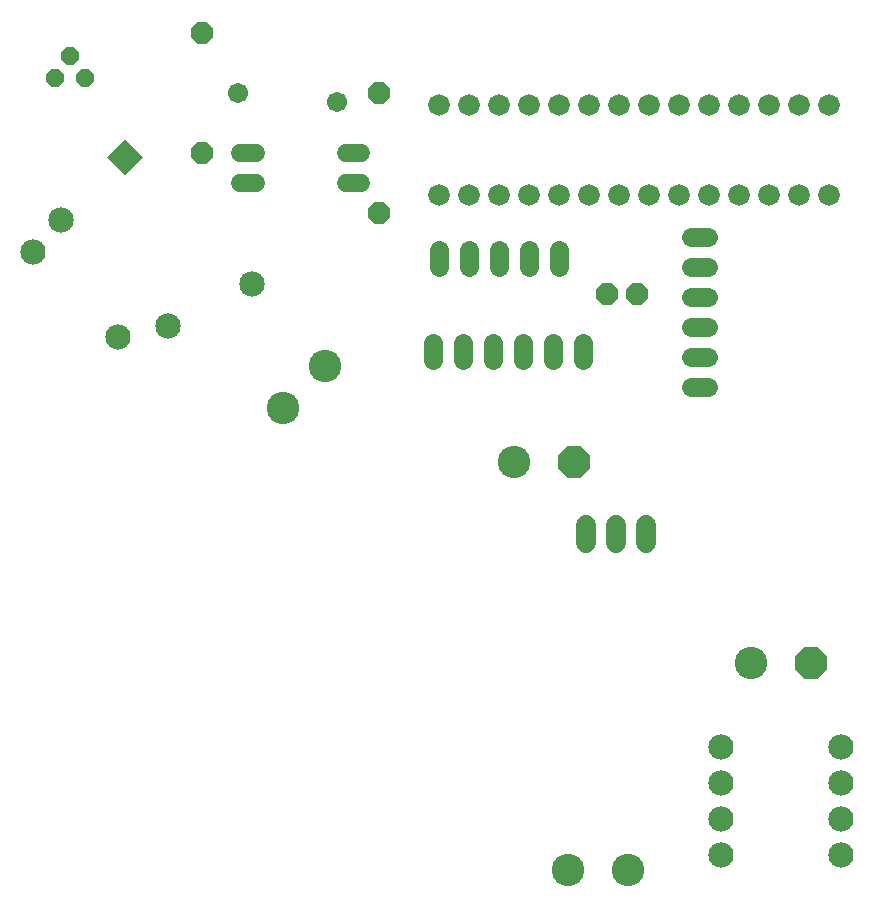
<source format=gbr>
G04 EAGLE Gerber RS-274X export*
G75*
%MOMM*%
%FSLAX34Y34*%
%LPD*%
%INSoldermask Bottom*%
%IPPOS*%
%AMOC8*
5,1,8,0,0,1.08239X$1,22.5*%
G01*
%ADD10C,2.753200*%
%ADD11C,2.133600*%
%ADD12C,1.727200*%
%ADD13C,2.743200*%
%ADD14P,2.969212X8X22.500000*%
%ADD15C,1.828800*%
%ADD16C,1.625600*%
%ADD17C,1.524000*%
%ADD18P,2.034460X8X292.500000*%
%ADD19C,2.153200*%
%ADD20R,2.153200X2.153200*%
%ADD21P,1.649562X8X22.500000*%
%ADD22P,2.034460X8X112.500000*%
%ADD23P,2.034460X8X202.500000*%
%ADD24C,1.703200*%


D10*
X490220Y43180D03*
X541020Y43180D03*
D11*
X619760Y86360D03*
X721360Y86360D03*
X619760Y116840D03*
X721360Y116840D03*
X721360Y55880D03*
X619760Y55880D03*
X721360Y147320D03*
X619760Y147320D03*
D12*
X556260Y320040D02*
X556260Y335280D01*
X530860Y335280D02*
X530860Y320040D01*
X505460Y320040D02*
X505460Y335280D01*
D13*
X645160Y218440D03*
D14*
X695960Y218440D03*
D15*
X711200Y690880D03*
X685800Y690880D03*
X660400Y690880D03*
X635000Y690880D03*
X609600Y690880D03*
X584200Y690880D03*
X558800Y690880D03*
X533400Y690880D03*
X508000Y690880D03*
X482600Y690880D03*
X457200Y690880D03*
X431800Y690880D03*
X406400Y690880D03*
X381000Y690880D03*
X381000Y614680D03*
X406400Y614680D03*
X431800Y614680D03*
X457200Y614680D03*
X482600Y614680D03*
X508000Y614680D03*
X533400Y614680D03*
X558800Y614680D03*
X584200Y614680D03*
X609600Y614680D03*
X635000Y614680D03*
X660400Y614680D03*
X685800Y614680D03*
X711200Y614680D03*
D16*
X482600Y568452D02*
X482600Y554228D01*
X457200Y554228D02*
X457200Y568452D01*
X431800Y568452D02*
X431800Y554228D01*
X406400Y554228D02*
X406400Y568452D01*
X381000Y568452D02*
X381000Y554228D01*
D13*
X444500Y388620D03*
D14*
X495300Y388620D03*
D16*
X502920Y475488D02*
X502920Y489712D01*
X477520Y489712D02*
X477520Y475488D01*
X452120Y475488D02*
X452120Y489712D01*
X426720Y489712D02*
X426720Y475488D01*
X401320Y475488D02*
X401320Y489712D01*
X375920Y489712D02*
X375920Y475488D01*
D17*
X315468Y624840D02*
X302260Y624840D01*
X302260Y650240D02*
X315468Y650240D01*
X226060Y650240D02*
X212852Y650240D01*
X212852Y624840D02*
X226060Y624840D01*
D18*
X330200Y701040D03*
X330200Y599440D03*
D19*
X61488Y593431D03*
D20*
G36*
X115229Y631947D02*
X100004Y647172D01*
X115229Y662397D01*
X130454Y647172D01*
X115229Y631947D01*
G37*
D19*
X151291Y503629D03*
X222992Y539409D03*
D21*
X81280Y713740D03*
X68580Y732790D03*
X55880Y713740D03*
D11*
X37739Y566781D03*
X109581Y494939D03*
D22*
X180340Y650240D03*
X180340Y751840D03*
D10*
X284661Y470081D03*
X248739Y434159D03*
D16*
X594868Y579120D02*
X609092Y579120D01*
X609092Y553720D02*
X594868Y553720D01*
X594868Y528320D02*
X609092Y528320D01*
X609092Y502920D02*
X594868Y502920D01*
X594868Y477520D02*
X609092Y477520D01*
X609092Y452120D02*
X594868Y452120D01*
D23*
X548640Y530860D03*
X523240Y530860D03*
D24*
X294640Y693420D03*
X210820Y701040D03*
M02*

</source>
